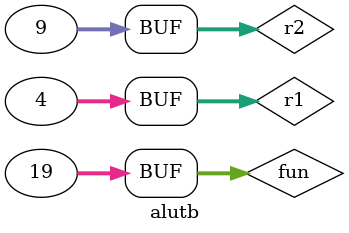
<source format=v>
module alutb;

reg [31:0] fun;
reg [31:0] r1;
reg [31:0] r2;
wire [31:0] res;

alu aluse(fun, r1, r2, res);

initial begin
	$monitor($time, ": function = %h, rs1 = %d, rs2 = %d, result = %d", fun, r1, r2, res);
	fun = 3'b000;
	r1 = 10;
	r2 = 20;
	#10;
	fun = 7'h13;
	r1 = 4;
	r2 = 9;
end

endmodule

</source>
